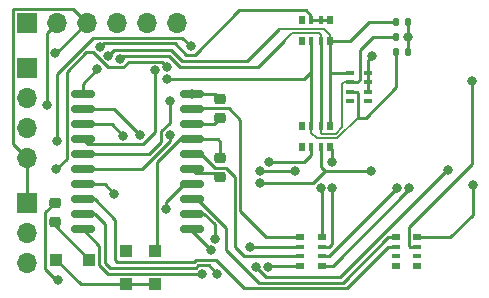
<source format=gtl>
G04 #@! TF.GenerationSoftware,KiCad,Pcbnew,6.0.1-79c1e3a40b~116~ubuntu21.04.1*
G04 #@! TF.CreationDate,2022-02-15T17:28:43-05:00*
G04 #@! TF.ProjectId,ESC_V5,4553435f-5635-42e6-9b69-6361645f7063,rev?*
G04 #@! TF.SameCoordinates,Original*
G04 #@! TF.FileFunction,Copper,L1,Top*
G04 #@! TF.FilePolarity,Positive*
%FSLAX46Y46*%
G04 Gerber Fmt 4.6, Leading zero omitted, Abs format (unit mm)*
G04 Created by KiCad (PCBNEW 6.0.1-79c1e3a40b~116~ubuntu21.04.1) date 2022-02-15 17:28:43*
%MOMM*%
%LPD*%
G01*
G04 APERTURE LIST*
G04 Aperture macros list*
%AMRoundRect*
0 Rectangle with rounded corners*
0 $1 Rounding radius*
0 $2 $3 $4 $5 $6 $7 $8 $9 X,Y pos of 4 corners*
0 Add a 4 corners polygon primitive as box body*
4,1,4,$2,$3,$4,$5,$6,$7,$8,$9,$2,$3,0*
0 Add four circle primitives for the rounded corners*
1,1,$1+$1,$2,$3*
1,1,$1+$1,$4,$5*
1,1,$1+$1,$6,$7*
1,1,$1+$1,$8,$9*
0 Add four rect primitives between the rounded corners*
20,1,$1+$1,$2,$3,$4,$5,0*
20,1,$1+$1,$4,$5,$6,$7,0*
20,1,$1+$1,$6,$7,$8,$9,0*
20,1,$1+$1,$8,$9,$2,$3,0*%
G04 Aperture macros list end*
G04 #@! TA.AperFunction,SMDPad,CuDef*
%ADD10RoundRect,0.218750X-0.256250X0.218750X-0.256250X-0.218750X0.256250X-0.218750X0.256250X0.218750X0*%
G04 #@! TD*
G04 #@! TA.AperFunction,SMDPad,CuDef*
%ADD11RoundRect,0.218750X0.256250X-0.218750X0.256250X0.218750X-0.256250X0.218750X-0.256250X-0.218750X0*%
G04 #@! TD*
G04 #@! TA.AperFunction,SMDPad,CuDef*
%ADD12RoundRect,0.147500X-0.147500X-0.172500X0.147500X-0.172500X0.147500X0.172500X-0.147500X0.172500X0*%
G04 #@! TD*
G04 #@! TA.AperFunction,SMDPad,CuDef*
%ADD13R,1.100000X1.100000*%
G04 #@! TD*
G04 #@! TA.AperFunction,SMDPad,CuDef*
%ADD14R,0.500000X0.800000*%
G04 #@! TD*
G04 #@! TA.AperFunction,SMDPad,CuDef*
%ADD15R,0.400000X0.800000*%
G04 #@! TD*
G04 #@! TA.AperFunction,SMDPad,CuDef*
%ADD16R,0.760000X0.430000*%
G04 #@! TD*
G04 #@! TA.AperFunction,SMDPad,CuDef*
%ADD17R,0.800000X0.500000*%
G04 #@! TD*
G04 #@! TA.AperFunction,SMDPad,CuDef*
%ADD18R,0.800000X0.400000*%
G04 #@! TD*
G04 #@! TA.AperFunction,SMDPad,CuDef*
%ADD19RoundRect,0.150000X-0.875000X-0.150000X0.875000X-0.150000X0.875000X0.150000X-0.875000X0.150000X0*%
G04 #@! TD*
G04 #@! TA.AperFunction,ComponentPad*
%ADD20R,1.700000X1.700000*%
G04 #@! TD*
G04 #@! TA.AperFunction,ComponentPad*
%ADD21O,1.700000X1.700000*%
G04 #@! TD*
G04 #@! TA.AperFunction,ViaPad*
%ADD22C,0.800000*%
G04 #@! TD*
G04 #@! TA.AperFunction,Conductor*
%ADD23C,0.250000*%
G04 #@! TD*
G04 #@! TA.AperFunction,Conductor*
%ADD24C,0.150000*%
G04 #@! TD*
G04 APERTURE END LIST*
D10*
X138000000Y-148212500D03*
X138000000Y-149787500D03*
X138000000Y-153212500D03*
X138000000Y-154787500D03*
D11*
X124000000Y-158575000D03*
X124000000Y-157000000D03*
D12*
X152915000Y-142950000D03*
X153885000Y-142950000D03*
X152915000Y-144200000D03*
X153885000Y-144200000D03*
X152915000Y-141700000D03*
X153885000Y-141700000D03*
D13*
X130000000Y-161100000D03*
X130000000Y-163900000D03*
X132500000Y-161100000D03*
X132500000Y-163900000D03*
X126900000Y-161800000D03*
X124100000Y-161800000D03*
D14*
X147300000Y-150500000D03*
D15*
X146500000Y-150500000D03*
X145700000Y-150500000D03*
D14*
X144900000Y-150500000D03*
X144900000Y-152300000D03*
D15*
X145700000Y-152300000D03*
X146500000Y-152300000D03*
D14*
X147300000Y-152300000D03*
D16*
X149000000Y-146000000D03*
X149000000Y-146800000D03*
X149000000Y-147600000D03*
X149000000Y-148400000D03*
X150520000Y-148400000D03*
X150520000Y-147600000D03*
X150520000Y-146800000D03*
X150520000Y-146000000D03*
D17*
X144800000Y-159900000D03*
D18*
X144800000Y-160700000D03*
X144800000Y-161500000D03*
D17*
X144800000Y-162300000D03*
X146600000Y-162300000D03*
D18*
X146600000Y-161500000D03*
X146600000Y-160700000D03*
D17*
X146600000Y-159900000D03*
X154700000Y-162300000D03*
D18*
X154700000Y-161500000D03*
X154700000Y-160700000D03*
D17*
X154700000Y-159900000D03*
X152900000Y-159900000D03*
D18*
X152900000Y-160700000D03*
X152900000Y-161500000D03*
D17*
X152900000Y-162300000D03*
D14*
X147300000Y-141500000D03*
D15*
X146500000Y-141500000D03*
X145700000Y-141500000D03*
D14*
X144900000Y-141500000D03*
X144900000Y-143300000D03*
D15*
X145700000Y-143300000D03*
X146500000Y-143300000D03*
D14*
X147300000Y-143300000D03*
D19*
X126350000Y-147785000D03*
X126350000Y-149055000D03*
X126350000Y-150325000D03*
X126350000Y-151595000D03*
X126350000Y-152865000D03*
X126350000Y-154135000D03*
X126350000Y-155405000D03*
X126350000Y-156675000D03*
X126350000Y-157945000D03*
X126350000Y-159215000D03*
X135650000Y-159215000D03*
X135650000Y-157945000D03*
X135650000Y-156675000D03*
X135650000Y-155405000D03*
X135650000Y-154135000D03*
X135650000Y-152865000D03*
X135650000Y-151595000D03*
X135650000Y-150325000D03*
X135650000Y-149055000D03*
X135650000Y-147785000D03*
D20*
X121650000Y-145540000D03*
D21*
X121650000Y-148080000D03*
X121650000Y-150620000D03*
X121650000Y-153160000D03*
D20*
X121650000Y-156970000D03*
D21*
X121650000Y-159510000D03*
X121650000Y-162050000D03*
D20*
X121650000Y-141730000D03*
D21*
X124190000Y-141730000D03*
X126730000Y-141730000D03*
X129270000Y-141730000D03*
X131810000Y-141730000D03*
X134350000Y-141730000D03*
D22*
X153885000Y-142950000D03*
X129025000Y-156213000D03*
X150900000Y-144600000D03*
X124050000Y-144350000D03*
X147500000Y-153500000D03*
X144300000Y-154300000D03*
X141375000Y-154300000D03*
X138000000Y-149787500D03*
X135500000Y-143750000D03*
X124200000Y-151800000D03*
X141375000Y-155300000D03*
X150800000Y-154300000D03*
X138000000Y-154787500D03*
X142100000Y-153575000D03*
X137524999Y-160024999D03*
X124250000Y-163500000D03*
X141000000Y-162400000D03*
X157300000Y-154200000D03*
X126900000Y-161800000D03*
X133400921Y-157500000D03*
X132500000Y-163900000D03*
X137250000Y-161000000D03*
X123325000Y-148725000D03*
X136500000Y-163000000D03*
X140500000Y-160750000D03*
X142062653Y-162437347D03*
X137750000Y-163000000D03*
X146500000Y-155750000D03*
X153000000Y-155750000D03*
X159375000Y-155500000D03*
X147500000Y-155700000D03*
X154000000Y-155700000D03*
X159300000Y-146700000D03*
X130000000Y-161100000D03*
X135650000Y-147785000D03*
X129490433Y-144799946D03*
X133500000Y-146499503D03*
X128529184Y-144524264D03*
X124100000Y-154162500D03*
X133500000Y-145500000D03*
X127819306Y-143819937D03*
X133750000Y-151250000D03*
X133750000Y-148398034D03*
X132500000Y-145775500D03*
X129814742Y-151329857D03*
X131250000Y-151250000D03*
X127600079Y-145649922D03*
D23*
X150520000Y-147600000D02*
X150520000Y-146800000D01*
X126350000Y-155405000D02*
X128217000Y-155405000D01*
X150520000Y-144980000D02*
X150900000Y-144600000D01*
X150520000Y-146000000D02*
X150520000Y-144980000D01*
X150520000Y-146800000D02*
X150520000Y-146000000D01*
X153885000Y-144200000D02*
X153885000Y-142950000D01*
X128217000Y-155405000D02*
X129025000Y-156213000D01*
X153885000Y-142950000D02*
X153885000Y-141700000D01*
X120539999Y-140554999D02*
X120474999Y-140619999D01*
X124110000Y-144350000D02*
X124050000Y-144350000D01*
X121650000Y-153160000D02*
X121650000Y-156970000D01*
X126730000Y-141730000D02*
X125554999Y-140554999D01*
X126730000Y-141730000D02*
X124110000Y-144350000D01*
X120474999Y-151984999D02*
X121650000Y-153160000D01*
X120474999Y-140619999D02*
X120474999Y-151984999D01*
X125554999Y-140554999D02*
X120539999Y-140554999D01*
X135650000Y-150325000D02*
X137462500Y-150325000D01*
X141375000Y-154300000D02*
X144300000Y-154300000D01*
X147500000Y-152500000D02*
X147300000Y-152300000D01*
X137462500Y-150325000D02*
X138000000Y-149787500D01*
X147500000Y-153500000D02*
X147500000Y-152500000D01*
X134750000Y-143000000D02*
X135500000Y-143750000D01*
X124200000Y-151800000D02*
X124200000Y-146050000D01*
X127250000Y-143000000D02*
X134750000Y-143000000D01*
X124200000Y-146050000D02*
X127250000Y-143000000D01*
X146500000Y-152300000D02*
X146500000Y-153923002D01*
X146500000Y-153923002D02*
X146876998Y-154300000D01*
X145876995Y-155300003D02*
X146876998Y-154300000D01*
X145876995Y-155300003D02*
X141375003Y-155300003D01*
X141375003Y-155300003D02*
X141375000Y-155300000D01*
X135650000Y-154135000D02*
X135989999Y-154474999D01*
X135989999Y-154474999D02*
X137687499Y-154474999D01*
X146876998Y-154300000D02*
X150800000Y-154300000D01*
X137687499Y-154474999D02*
X138000000Y-154787500D01*
X137652500Y-152865000D02*
X138000000Y-153212500D01*
X134625000Y-151595000D02*
X132675921Y-153544079D01*
X132675921Y-153544079D02*
X132675921Y-160924079D01*
X135650000Y-151595000D02*
X137791450Y-151595000D01*
X138000000Y-151803550D02*
X138000000Y-153212500D01*
X137791450Y-151595000D02*
X138000000Y-151803550D01*
X135650000Y-151595000D02*
X134625000Y-151595000D01*
X132675921Y-160924079D02*
X132500000Y-161100000D01*
X145075000Y-153575000D02*
X142100000Y-153575000D01*
X141000000Y-162400000D02*
X141900000Y-163300000D01*
X145700000Y-152300000D02*
X145700000Y-152950000D01*
X141900000Y-163300000D02*
X148127180Y-163300000D01*
X124114998Y-163500000D02*
X124250000Y-163500000D01*
X124000000Y-157000000D02*
X123199990Y-157800010D01*
X123199990Y-157800010D02*
X123199990Y-162584992D01*
X137524999Y-158794999D02*
X137524999Y-160024999D01*
X157227180Y-154200000D02*
X157300000Y-154200000D01*
X136675000Y-157945000D02*
X137524999Y-158794999D01*
X148127180Y-163300000D02*
X157227180Y-154200000D01*
X135650000Y-157945000D02*
X136675000Y-157945000D01*
X123199990Y-162584992D02*
X124114998Y-163500000D01*
X145700000Y-152950000D02*
X145075000Y-153575000D01*
X124325000Y-156675000D02*
X124000000Y-157000000D01*
X124000000Y-158575000D02*
X124000000Y-158900000D01*
X134930236Y-155405000D02*
X135650000Y-155405000D01*
X133400921Y-156934315D02*
X134930236Y-155405000D01*
X133400921Y-157500000D02*
X133400921Y-156934315D01*
X124000000Y-158900000D02*
X126900000Y-161800000D01*
X124100000Y-161800000D02*
X126200000Y-163900000D01*
X126200000Y-163900000D02*
X130000000Y-163900000D01*
X135650000Y-159215000D02*
X135650000Y-159400000D01*
X132500000Y-163900000D02*
X130000000Y-163900000D01*
X135650000Y-159400000D02*
X137250000Y-161000000D01*
X123325000Y-148725000D02*
X123325000Y-142595000D01*
X123325000Y-142595000D02*
X124190000Y-141730000D01*
X138750000Y-149000000D02*
X139700030Y-149950030D01*
X135650000Y-149055000D02*
X135705000Y-149000000D01*
X139700030Y-149950030D02*
X139700030Y-157700030D01*
X141900000Y-159900000D02*
X144800000Y-159900000D01*
X135705000Y-149000000D02*
X138750000Y-149000000D01*
X139700030Y-157700030D02*
X141900000Y-159900000D01*
X140500000Y-160750000D02*
X144750000Y-160750000D01*
X134500000Y-163000000D02*
X136500000Y-163000000D01*
X126350000Y-159215000D02*
X127775001Y-160640001D01*
X127775001Y-162275001D02*
X128500000Y-163000000D01*
X127775001Y-160640001D02*
X127775001Y-162275001D01*
X128500000Y-163000000D02*
X134500000Y-163000000D01*
X144750000Y-160750000D02*
X144800000Y-160700000D01*
X140000000Y-161500000D02*
X139250021Y-160750021D01*
X139250020Y-154793526D02*
X138481484Y-154024990D01*
X136408506Y-152865000D02*
X135650000Y-152865000D01*
X139250021Y-160750021D02*
X139250020Y-154793526D01*
X137568496Y-154024990D02*
X136408506Y-152865000D01*
X138481484Y-154024990D02*
X137568496Y-154024990D01*
X144800000Y-161500000D02*
X140000000Y-161500000D01*
X135926998Y-162500000D02*
X136151999Y-162274999D01*
X127375000Y-157945000D02*
X128250000Y-158820000D01*
X144800000Y-162300000D02*
X142200000Y-162300000D01*
X136151999Y-162274999D02*
X137024999Y-162274999D01*
X135250000Y-162500000D02*
X135926998Y-162500000D01*
X137024999Y-162274999D02*
X137750000Y-163000000D01*
X126350000Y-157945000D02*
X127375000Y-157945000D01*
X128250000Y-162113590D02*
X128636410Y-162500000D01*
X128250000Y-158820000D02*
X128250000Y-162113590D01*
X142200000Y-162300000D02*
X142062653Y-162437347D01*
X128636410Y-162500000D02*
X135250000Y-162500000D01*
X138500000Y-159098232D02*
X136076768Y-156675000D01*
X152250000Y-159900000D02*
X148399990Y-163750010D01*
X141277008Y-163750010D02*
X138500000Y-160973002D01*
X138500000Y-160973002D02*
X138500000Y-159098232D01*
X148399990Y-163750010D02*
X141277008Y-163750010D01*
X152900000Y-159900000D02*
X152250000Y-159900000D01*
X136076768Y-156675000D02*
X135650000Y-156675000D01*
X140023022Y-164200020D02*
X137647991Y-161824989D01*
X152900000Y-160700000D02*
X152250000Y-160700000D01*
X148749980Y-164200020D02*
X140023022Y-164200020D01*
X129124999Y-161874999D02*
X129124999Y-158424999D01*
X135790588Y-162000000D02*
X129250000Y-162000000D01*
X135965599Y-161824989D02*
X135790588Y-162000000D01*
X152250000Y-160700000D02*
X148749980Y-164200020D01*
X137647991Y-161824989D02*
X135965599Y-161824989D01*
X129124999Y-158424999D02*
X127375000Y-156675000D01*
X129250000Y-162000000D02*
X129124999Y-161874999D01*
X127375000Y-156675000D02*
X126350000Y-156675000D01*
X146600000Y-155850000D02*
X146500000Y-155750000D01*
X146600000Y-159900000D02*
X146600000Y-155850000D01*
X147250000Y-161500000D02*
X146600000Y-161500000D01*
X153000000Y-155750000D02*
X147250000Y-161500000D01*
X159375000Y-158025000D02*
X159375000Y-155500000D01*
X154700000Y-159900000D02*
X157500000Y-159900000D01*
X157500000Y-159900000D02*
X159375000Y-158025000D01*
X146600000Y-160700000D02*
X147250000Y-160700000D01*
X147250000Y-160700000D02*
X147500000Y-160450000D01*
X147500000Y-160450000D02*
X147500000Y-155700000D01*
X154000000Y-155823002D02*
X154000000Y-155700000D01*
X146600000Y-162300000D02*
X147523002Y-162300000D01*
X147523002Y-162300000D02*
X154000000Y-155823002D01*
X154700000Y-160700000D02*
X154050000Y-160700000D01*
X154050000Y-160700000D02*
X153974999Y-160624999D01*
X153974999Y-159025001D02*
X159300000Y-153700000D01*
X153974999Y-160624999D02*
X153974999Y-159025001D01*
X159300000Y-153700000D02*
X159300000Y-146700000D01*
X135650000Y-147785000D02*
X137572500Y-147785000D01*
X137572500Y-147785000D02*
X138000000Y-148212500D01*
D24*
X148344999Y-150600003D02*
X148344999Y-146925001D01*
X144075001Y-142624999D02*
X146374999Y-142624999D01*
D23*
X149630000Y-146800000D02*
X149814999Y-146615001D01*
X129490433Y-144799946D02*
X129765423Y-144524956D01*
D24*
X146500000Y-151050000D02*
X146625001Y-151175001D01*
D23*
X130453079Y-144524956D02*
X130875044Y-144524956D01*
X149000000Y-146800000D02*
X149630000Y-146800000D01*
X130875044Y-144524956D02*
X133638546Y-144524956D01*
X150950000Y-142950000D02*
X152915000Y-142950000D01*
D24*
X143400000Y-143300000D02*
X144075001Y-142624999D01*
X146500000Y-142750000D02*
X146500000Y-143300000D01*
X146374999Y-142624999D02*
X146500000Y-142750000D01*
X148470000Y-146800000D02*
X149000000Y-146800000D01*
D23*
X146500000Y-150500000D02*
X146500000Y-143300000D01*
X133638546Y-144524956D02*
X134613590Y-145500000D01*
D24*
X148344999Y-146925001D02*
X148470000Y-146800000D01*
X146625001Y-151175001D02*
X147770001Y-151175001D01*
X146500000Y-150500000D02*
X146500000Y-151050000D01*
D23*
X141200000Y-145500000D02*
X143400000Y-143300000D01*
X149814999Y-146615001D02*
X149814999Y-144085001D01*
X129765423Y-144524956D02*
X130875044Y-144524956D01*
X134613590Y-145500000D02*
X141200000Y-145500000D01*
X149814999Y-144085001D02*
X150950000Y-142950000D01*
D24*
X147770001Y-151175001D02*
X148344999Y-150600003D01*
D23*
X149000000Y-147600000D02*
X149630000Y-147600000D01*
X150315013Y-149784989D02*
X152915000Y-147185002D01*
D24*
X145700000Y-150500000D02*
X145700000Y-151050000D01*
D23*
X145700000Y-143300000D02*
X145700000Y-145900000D01*
X145700000Y-145900000D02*
X145700000Y-150500000D01*
X149705001Y-149734989D02*
X149655001Y-149784989D01*
X149630000Y-147600000D02*
X149705001Y-147675001D01*
X149655001Y-149784989D02*
X150315013Y-149784989D01*
X145100497Y-146499503D02*
X145700000Y-145900000D01*
X133500000Y-146499503D02*
X145100497Y-146499503D01*
D24*
X146175011Y-151525011D02*
X147914979Y-151525011D01*
X145700000Y-151050000D02*
X146175011Y-151525011D01*
D23*
X149705001Y-147675001D02*
X149705001Y-149734989D01*
X152915000Y-147185002D02*
X152915000Y-144200000D01*
D24*
X147914979Y-151525011D02*
X149655001Y-149784989D01*
X146824989Y-142274989D02*
X143025011Y-142274989D01*
D23*
X147300000Y-143300000D02*
X147300000Y-146000000D01*
X140300000Y-145000000D02*
X134750000Y-145000000D01*
X147300000Y-146000000D02*
X147300000Y-150500000D01*
X128978502Y-144074946D02*
X133824946Y-144074946D01*
X134750000Y-145000000D02*
X133824946Y-144074946D01*
D24*
X143025011Y-142274989D02*
X143000000Y-142300000D01*
D23*
X149000000Y-146000000D02*
X147300000Y-146000000D01*
D24*
X147300000Y-142750000D02*
X146824989Y-142274989D01*
D23*
X149000000Y-143300000D02*
X150600000Y-141700000D01*
X143000000Y-142300000D02*
X140300000Y-145000000D01*
X147300000Y-143300000D02*
X149000000Y-143300000D01*
X128529184Y-144524264D02*
X128978502Y-144074946D01*
X150600000Y-141700000D02*
X152915000Y-141700000D01*
D24*
X147300000Y-143300000D02*
X147300000Y-142750000D01*
D23*
X125000480Y-153262020D02*
X124100000Y-154162500D01*
X128499212Y-145524457D02*
X127237377Y-144262622D01*
X127237377Y-144262622D02*
X126623096Y-144262622D01*
X129790536Y-145524457D02*
X128499212Y-145524457D01*
X125000480Y-145885238D02*
X125000480Y-153262020D01*
X133050989Y-145050989D02*
X130264004Y-145050989D01*
X133500000Y-145500000D02*
X133050989Y-145050989D01*
X130264004Y-145050989D02*
X129790536Y-145524457D01*
X126623096Y-144262622D02*
X125000480Y-145885238D01*
X134176998Y-143500000D02*
X128139243Y-143500000D01*
X135848001Y-144475001D02*
X139623002Y-140700000D01*
X146400000Y-141500000D02*
X145600000Y-141500000D01*
X147200000Y-141500000D02*
X146400000Y-141500000D01*
X134176998Y-143500000D02*
X135151999Y-144475001D01*
X128139243Y-143500000D02*
X127819306Y-143819937D01*
X145235002Y-140700000D02*
X145600000Y-141064998D01*
X135151999Y-144475001D02*
X135848001Y-144475001D01*
X145600000Y-141064998D02*
X145600000Y-141500000D01*
X139623002Y-140700000D02*
X145235002Y-140700000D01*
X133750000Y-151750000D02*
X133750000Y-151250000D01*
X131365000Y-154135000D02*
X133750000Y-151750000D01*
X126350000Y-154135000D02*
X131365000Y-154135000D01*
X131999282Y-152865000D02*
X126350000Y-152865000D01*
X133750000Y-148398034D02*
X133750000Y-150225386D01*
X133025489Y-151838793D02*
X131999282Y-152865000D01*
X133750000Y-150225386D02*
X133025489Y-150949897D01*
X133025489Y-150949897D02*
X133025489Y-151838793D01*
X126809368Y-152054368D02*
X131470246Y-152054368D01*
X132500000Y-151024614D02*
X132500000Y-145775500D01*
X131470246Y-152054368D02*
X132500000Y-151024614D01*
X126350000Y-151595000D02*
X126809368Y-152054368D01*
X128809885Y-150325000D02*
X126350000Y-150325000D01*
X129814742Y-151329857D02*
X128809885Y-150325000D01*
X129055000Y-149055000D02*
X126350000Y-149055000D01*
X131250000Y-151250000D02*
X129055000Y-149055000D01*
X126350000Y-146900001D02*
X127600079Y-145649922D01*
X126350000Y-147785000D02*
X126350000Y-146900001D01*
M02*

</source>
